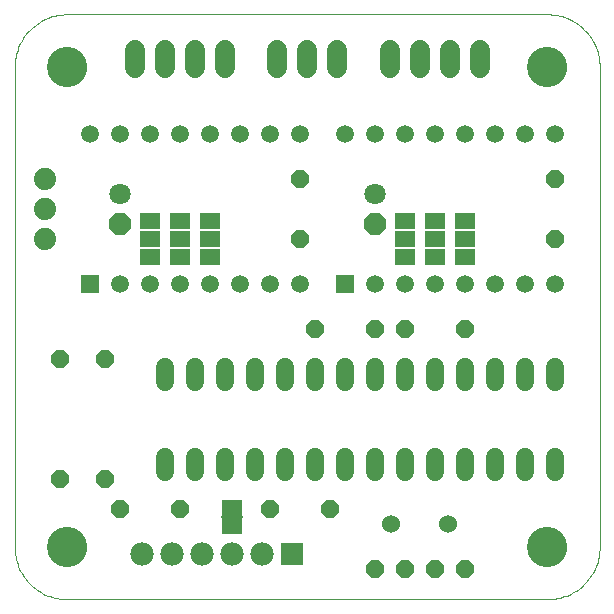
<source format=gbs>
G75*
G70*
%OFA0B0*%
%FSLAX24Y24*%
%IPPOS*%
%LPD*%
%AMOC8*
5,1,8,0,0,1.08239X$1,22.5*
%
%ADD10C,0.0000*%
%ADD11C,0.0600*%
%ADD12R,0.0595X0.0595*%
%ADD13C,0.0595*%
%ADD14C,0.0674*%
%ADD15OC8,0.0600*%
%ADD16OC8,0.0710*%
%ADD17C,0.0710*%
%ADD18C,0.0600*%
%ADD19C,0.1340*%
%ADD20R,0.0710X0.0540*%
%ADD21R,0.0780X0.0780*%
%ADD22C,0.0780*%
%ADD23C,0.0740*%
%ADD24R,0.0720X0.0060*%
D10*
X000665Y002415D02*
X000665Y018415D01*
X001785Y018415D02*
X001787Y018465D01*
X001793Y018515D01*
X001803Y018564D01*
X001817Y018612D01*
X001834Y018659D01*
X001855Y018704D01*
X001880Y018748D01*
X001908Y018789D01*
X001940Y018828D01*
X001974Y018865D01*
X002011Y018899D01*
X002051Y018929D01*
X002093Y018956D01*
X002137Y018980D01*
X002183Y019001D01*
X002230Y019017D01*
X002278Y019030D01*
X002328Y019039D01*
X002377Y019044D01*
X002428Y019045D01*
X002478Y019042D01*
X002527Y019035D01*
X002576Y019024D01*
X002624Y019009D01*
X002670Y018991D01*
X002715Y018969D01*
X002758Y018943D01*
X002799Y018914D01*
X002838Y018882D01*
X002874Y018847D01*
X002906Y018809D01*
X002936Y018769D01*
X002963Y018726D01*
X002986Y018682D01*
X003005Y018636D01*
X003021Y018588D01*
X003033Y018539D01*
X003041Y018490D01*
X003045Y018440D01*
X003045Y018390D01*
X003041Y018340D01*
X003033Y018291D01*
X003021Y018242D01*
X003005Y018194D01*
X002986Y018148D01*
X002963Y018104D01*
X002936Y018061D01*
X002906Y018021D01*
X002874Y017983D01*
X002838Y017948D01*
X002799Y017916D01*
X002758Y017887D01*
X002715Y017861D01*
X002670Y017839D01*
X002624Y017821D01*
X002576Y017806D01*
X002527Y017795D01*
X002478Y017788D01*
X002428Y017785D01*
X002377Y017786D01*
X002328Y017791D01*
X002278Y017800D01*
X002230Y017813D01*
X002183Y017829D01*
X002137Y017850D01*
X002093Y017874D01*
X002051Y017901D01*
X002011Y017931D01*
X001974Y017965D01*
X001940Y018002D01*
X001908Y018041D01*
X001880Y018082D01*
X001855Y018126D01*
X001834Y018171D01*
X001817Y018218D01*
X001803Y018266D01*
X001793Y018315D01*
X001787Y018365D01*
X001785Y018415D01*
X000665Y018415D02*
X000667Y018498D01*
X000673Y018581D01*
X000683Y018664D01*
X000697Y018746D01*
X000714Y018828D01*
X000736Y018908D01*
X000761Y018987D01*
X000790Y019065D01*
X000823Y019142D01*
X000860Y019217D01*
X000899Y019290D01*
X000943Y019361D01*
X000989Y019430D01*
X001039Y019497D01*
X001092Y019561D01*
X001148Y019623D01*
X001207Y019682D01*
X001269Y019738D01*
X001333Y019791D01*
X001400Y019841D01*
X001469Y019887D01*
X001540Y019931D01*
X001613Y019970D01*
X001688Y020007D01*
X001765Y020040D01*
X001843Y020069D01*
X001922Y020094D01*
X002002Y020116D01*
X002084Y020133D01*
X002166Y020147D01*
X002249Y020157D01*
X002332Y020163D01*
X002415Y020165D01*
X018415Y020165D01*
X017785Y018415D02*
X017787Y018465D01*
X017793Y018515D01*
X017803Y018564D01*
X017817Y018612D01*
X017834Y018659D01*
X017855Y018704D01*
X017880Y018748D01*
X017908Y018789D01*
X017940Y018828D01*
X017974Y018865D01*
X018011Y018899D01*
X018051Y018929D01*
X018093Y018956D01*
X018137Y018980D01*
X018183Y019001D01*
X018230Y019017D01*
X018278Y019030D01*
X018328Y019039D01*
X018377Y019044D01*
X018428Y019045D01*
X018478Y019042D01*
X018527Y019035D01*
X018576Y019024D01*
X018624Y019009D01*
X018670Y018991D01*
X018715Y018969D01*
X018758Y018943D01*
X018799Y018914D01*
X018838Y018882D01*
X018874Y018847D01*
X018906Y018809D01*
X018936Y018769D01*
X018963Y018726D01*
X018986Y018682D01*
X019005Y018636D01*
X019021Y018588D01*
X019033Y018539D01*
X019041Y018490D01*
X019045Y018440D01*
X019045Y018390D01*
X019041Y018340D01*
X019033Y018291D01*
X019021Y018242D01*
X019005Y018194D01*
X018986Y018148D01*
X018963Y018104D01*
X018936Y018061D01*
X018906Y018021D01*
X018874Y017983D01*
X018838Y017948D01*
X018799Y017916D01*
X018758Y017887D01*
X018715Y017861D01*
X018670Y017839D01*
X018624Y017821D01*
X018576Y017806D01*
X018527Y017795D01*
X018478Y017788D01*
X018428Y017785D01*
X018377Y017786D01*
X018328Y017791D01*
X018278Y017800D01*
X018230Y017813D01*
X018183Y017829D01*
X018137Y017850D01*
X018093Y017874D01*
X018051Y017901D01*
X018011Y017931D01*
X017974Y017965D01*
X017940Y018002D01*
X017908Y018041D01*
X017880Y018082D01*
X017855Y018126D01*
X017834Y018171D01*
X017817Y018218D01*
X017803Y018266D01*
X017793Y018315D01*
X017787Y018365D01*
X017785Y018415D01*
X018415Y020165D02*
X018498Y020163D01*
X018581Y020157D01*
X018664Y020147D01*
X018746Y020133D01*
X018828Y020116D01*
X018908Y020094D01*
X018987Y020069D01*
X019065Y020040D01*
X019142Y020007D01*
X019217Y019970D01*
X019290Y019931D01*
X019361Y019887D01*
X019430Y019841D01*
X019497Y019791D01*
X019561Y019738D01*
X019623Y019682D01*
X019682Y019623D01*
X019738Y019561D01*
X019791Y019497D01*
X019841Y019430D01*
X019887Y019361D01*
X019931Y019290D01*
X019970Y019217D01*
X020007Y019142D01*
X020040Y019065D01*
X020069Y018987D01*
X020094Y018908D01*
X020116Y018828D01*
X020133Y018746D01*
X020147Y018664D01*
X020157Y018581D01*
X020163Y018498D01*
X020165Y018415D01*
X020165Y002415D01*
X017785Y002415D02*
X017787Y002465D01*
X017793Y002515D01*
X017803Y002564D01*
X017817Y002612D01*
X017834Y002659D01*
X017855Y002704D01*
X017880Y002748D01*
X017908Y002789D01*
X017940Y002828D01*
X017974Y002865D01*
X018011Y002899D01*
X018051Y002929D01*
X018093Y002956D01*
X018137Y002980D01*
X018183Y003001D01*
X018230Y003017D01*
X018278Y003030D01*
X018328Y003039D01*
X018377Y003044D01*
X018428Y003045D01*
X018478Y003042D01*
X018527Y003035D01*
X018576Y003024D01*
X018624Y003009D01*
X018670Y002991D01*
X018715Y002969D01*
X018758Y002943D01*
X018799Y002914D01*
X018838Y002882D01*
X018874Y002847D01*
X018906Y002809D01*
X018936Y002769D01*
X018963Y002726D01*
X018986Y002682D01*
X019005Y002636D01*
X019021Y002588D01*
X019033Y002539D01*
X019041Y002490D01*
X019045Y002440D01*
X019045Y002390D01*
X019041Y002340D01*
X019033Y002291D01*
X019021Y002242D01*
X019005Y002194D01*
X018986Y002148D01*
X018963Y002104D01*
X018936Y002061D01*
X018906Y002021D01*
X018874Y001983D01*
X018838Y001948D01*
X018799Y001916D01*
X018758Y001887D01*
X018715Y001861D01*
X018670Y001839D01*
X018624Y001821D01*
X018576Y001806D01*
X018527Y001795D01*
X018478Y001788D01*
X018428Y001785D01*
X018377Y001786D01*
X018328Y001791D01*
X018278Y001800D01*
X018230Y001813D01*
X018183Y001829D01*
X018137Y001850D01*
X018093Y001874D01*
X018051Y001901D01*
X018011Y001931D01*
X017974Y001965D01*
X017940Y002002D01*
X017908Y002041D01*
X017880Y002082D01*
X017855Y002126D01*
X017834Y002171D01*
X017817Y002218D01*
X017803Y002266D01*
X017793Y002315D01*
X017787Y002365D01*
X017785Y002415D01*
X018415Y000665D02*
X018498Y000667D01*
X018581Y000673D01*
X018664Y000683D01*
X018746Y000697D01*
X018828Y000714D01*
X018908Y000736D01*
X018987Y000761D01*
X019065Y000790D01*
X019142Y000823D01*
X019217Y000860D01*
X019290Y000899D01*
X019361Y000943D01*
X019430Y000989D01*
X019497Y001039D01*
X019561Y001092D01*
X019623Y001148D01*
X019682Y001207D01*
X019738Y001269D01*
X019791Y001333D01*
X019841Y001400D01*
X019887Y001469D01*
X019931Y001540D01*
X019970Y001613D01*
X020007Y001688D01*
X020040Y001765D01*
X020069Y001843D01*
X020094Y001922D01*
X020116Y002002D01*
X020133Y002084D01*
X020147Y002166D01*
X020157Y002249D01*
X020163Y002332D01*
X020165Y002415D01*
X018415Y000665D02*
X002415Y000665D01*
X001785Y002415D02*
X001787Y002465D01*
X001793Y002515D01*
X001803Y002564D01*
X001817Y002612D01*
X001834Y002659D01*
X001855Y002704D01*
X001880Y002748D01*
X001908Y002789D01*
X001940Y002828D01*
X001974Y002865D01*
X002011Y002899D01*
X002051Y002929D01*
X002093Y002956D01*
X002137Y002980D01*
X002183Y003001D01*
X002230Y003017D01*
X002278Y003030D01*
X002328Y003039D01*
X002377Y003044D01*
X002428Y003045D01*
X002478Y003042D01*
X002527Y003035D01*
X002576Y003024D01*
X002624Y003009D01*
X002670Y002991D01*
X002715Y002969D01*
X002758Y002943D01*
X002799Y002914D01*
X002838Y002882D01*
X002874Y002847D01*
X002906Y002809D01*
X002936Y002769D01*
X002963Y002726D01*
X002986Y002682D01*
X003005Y002636D01*
X003021Y002588D01*
X003033Y002539D01*
X003041Y002490D01*
X003045Y002440D01*
X003045Y002390D01*
X003041Y002340D01*
X003033Y002291D01*
X003021Y002242D01*
X003005Y002194D01*
X002986Y002148D01*
X002963Y002104D01*
X002936Y002061D01*
X002906Y002021D01*
X002874Y001983D01*
X002838Y001948D01*
X002799Y001916D01*
X002758Y001887D01*
X002715Y001861D01*
X002670Y001839D01*
X002624Y001821D01*
X002576Y001806D01*
X002527Y001795D01*
X002478Y001788D01*
X002428Y001785D01*
X002377Y001786D01*
X002328Y001791D01*
X002278Y001800D01*
X002230Y001813D01*
X002183Y001829D01*
X002137Y001850D01*
X002093Y001874D01*
X002051Y001901D01*
X002011Y001931D01*
X001974Y001965D01*
X001940Y002002D01*
X001908Y002041D01*
X001880Y002082D01*
X001855Y002126D01*
X001834Y002171D01*
X001817Y002218D01*
X001803Y002266D01*
X001793Y002315D01*
X001787Y002365D01*
X001785Y002415D01*
X000665Y002415D02*
X000667Y002332D01*
X000673Y002249D01*
X000683Y002166D01*
X000697Y002084D01*
X000714Y002002D01*
X000736Y001922D01*
X000761Y001843D01*
X000790Y001765D01*
X000823Y001688D01*
X000860Y001613D01*
X000899Y001540D01*
X000943Y001469D01*
X000989Y001400D01*
X001039Y001333D01*
X001092Y001269D01*
X001148Y001207D01*
X001207Y001148D01*
X001269Y001092D01*
X001333Y001039D01*
X001400Y000989D01*
X001469Y000943D01*
X001540Y000899D01*
X001613Y000860D01*
X001688Y000823D01*
X001765Y000790D01*
X001843Y000761D01*
X001922Y000736D01*
X002002Y000714D01*
X002084Y000697D01*
X002166Y000683D01*
X002249Y000673D01*
X002332Y000667D01*
X002415Y000665D01*
D11*
X005665Y004905D02*
X005665Y005425D01*
X006665Y005425D02*
X006665Y004905D01*
X007665Y004905D02*
X007665Y005425D01*
X008665Y005425D02*
X008665Y004905D01*
X009665Y004905D02*
X009665Y005425D01*
X010665Y005425D02*
X010665Y004905D01*
X011665Y004905D02*
X011665Y005425D01*
X012665Y005425D02*
X012665Y004905D01*
X013665Y004905D02*
X013665Y005425D01*
X014665Y005425D02*
X014665Y004905D01*
X015665Y004905D02*
X015665Y005425D01*
X016665Y005425D02*
X016665Y004905D01*
X017665Y004905D02*
X017665Y005425D01*
X018665Y005425D02*
X018665Y004905D01*
X018665Y007905D02*
X018665Y008425D01*
X017665Y008425D02*
X017665Y007905D01*
X016665Y007905D02*
X016665Y008425D01*
X015665Y008425D02*
X015665Y007905D01*
X014665Y007905D02*
X014665Y008425D01*
X013665Y008425D02*
X013665Y007905D01*
X012665Y007905D02*
X012665Y008425D01*
X011665Y008425D02*
X011665Y007905D01*
X010665Y007905D02*
X010665Y008425D01*
X009665Y008425D02*
X009665Y007905D01*
X008665Y007905D02*
X008665Y008425D01*
X007665Y008425D02*
X007665Y007905D01*
X006665Y007905D02*
X006665Y008425D01*
X005665Y008425D02*
X005665Y007905D01*
D12*
X003165Y011165D03*
X011665Y011165D03*
D13*
X012665Y011165D03*
X013665Y011165D03*
X014665Y011165D03*
X015665Y011165D03*
X016665Y011165D03*
X017665Y011165D03*
X018665Y011165D03*
X018665Y016165D03*
X017665Y016165D03*
X016665Y016165D03*
X015665Y016165D03*
X014665Y016165D03*
X013665Y016165D03*
X012665Y016165D03*
X011665Y016165D03*
X010165Y016165D03*
X009165Y016165D03*
X008165Y016165D03*
X007165Y016165D03*
X006165Y016165D03*
X005165Y016165D03*
X004165Y016165D03*
X003165Y016165D03*
X004165Y011165D03*
X005165Y011165D03*
X006165Y011165D03*
X007165Y011165D03*
X008165Y011165D03*
X009165Y011165D03*
X010165Y011165D03*
D14*
X010415Y018368D02*
X010415Y018962D01*
X009415Y018962D02*
X009415Y018368D01*
X007665Y018368D02*
X007665Y018962D01*
X006665Y018962D02*
X006665Y018368D01*
X005665Y018368D02*
X005665Y018962D01*
X004665Y018962D02*
X004665Y018368D01*
X011415Y018368D02*
X011415Y018962D01*
X013165Y018962D02*
X013165Y018368D01*
X014165Y018368D02*
X014165Y018962D01*
X015165Y018962D02*
X015165Y018368D01*
X016165Y018368D02*
X016165Y018962D01*
D15*
X018665Y014665D03*
X018665Y012665D03*
X015665Y009665D03*
X013665Y009665D03*
X012665Y009665D03*
X010665Y009665D03*
X010165Y012665D03*
X010165Y014665D03*
X003665Y008665D03*
X002165Y008665D03*
X002165Y004665D03*
X003665Y004665D03*
X004165Y003665D03*
X006165Y003665D03*
X009165Y003665D03*
X011165Y003665D03*
X012665Y001665D03*
X013665Y001665D03*
X014665Y001665D03*
X015665Y001665D03*
D16*
X012665Y013165D03*
X004165Y013165D03*
D17*
X004165Y014165D03*
X012665Y014165D03*
D18*
X013215Y003165D03*
X015115Y003165D03*
D19*
X018415Y002415D03*
X002415Y002415D03*
X002415Y018415D03*
X018415Y018415D03*
D20*
X015665Y013265D03*
X015665Y012665D03*
X015665Y012065D03*
X014665Y012065D03*
X014665Y012665D03*
X014665Y013265D03*
X013665Y013265D03*
X013665Y012665D03*
X013665Y012065D03*
X007165Y012065D03*
X007165Y012665D03*
X007165Y013265D03*
X006165Y013265D03*
X006165Y012665D03*
X006165Y012065D03*
X005165Y012065D03*
X005165Y012665D03*
X005165Y013265D03*
X007915Y003715D03*
X007915Y003115D03*
D21*
X009915Y002165D03*
D22*
X008915Y002165D03*
X007915Y002165D03*
X006915Y002165D03*
X005915Y002165D03*
X004915Y002165D03*
D23*
X001665Y012665D03*
X001665Y013665D03*
X001665Y014665D03*
D24*
X007915Y003415D03*
M02*

</source>
